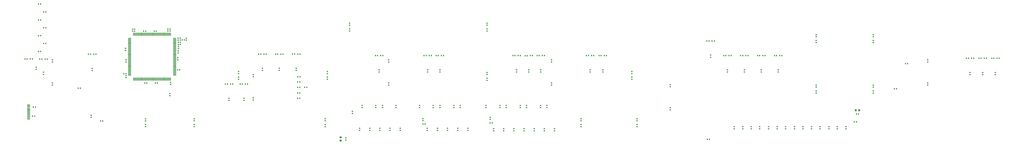
<source format=gtp>
G04 #@! TF.GenerationSoftware,KiCad,Pcbnew,7.0.9*
G04 #@! TF.CreationDate,2024-04-05T10:46:57+01:00*
G04 #@! TF.ProjectId,mcpElectronicsv2,6d637045-6c65-4637-9472-6f6e69637376,rev?*
G04 #@! TF.SameCoordinates,Original*
G04 #@! TF.FileFunction,Paste,Top*
G04 #@! TF.FilePolarity,Positive*
%FSLAX46Y46*%
G04 Gerber Fmt 4.6, Leading zero omitted, Abs format (unit mm)*
G04 Created by KiCad (PCBNEW 7.0.9) date 2024-04-05 10:46:57*
%MOMM*%
%LPD*%
G01*
G04 APERTURE LIST*
G04 Aperture macros list*
%AMRoundRect*
0 Rectangle with rounded corners*
0 $1 Rounding radius*
0 $2 $3 $4 $5 $6 $7 $8 $9 X,Y pos of 4 corners*
0 Add a 4 corners polygon primitive as box body*
4,1,4,$2,$3,$4,$5,$6,$7,$8,$9,$2,$3,0*
0 Add four circle primitives for the rounded corners*
1,1,$1+$1,$2,$3*
1,1,$1+$1,$4,$5*
1,1,$1+$1,$6,$7*
1,1,$1+$1,$8,$9*
0 Add four rect primitives between the rounded corners*
20,1,$1+$1,$2,$3,$4,$5,0*
20,1,$1+$1,$4,$5,$6,$7,0*
20,1,$1+$1,$6,$7,$8,$9,0*
20,1,$1+$1,$8,$9,$2,$3,0*%
G04 Aperture macros list end*
%ADD10RoundRect,0.135000X-0.185000X0.135000X-0.185000X-0.135000X0.185000X-0.135000X0.185000X0.135000X0*%
%ADD11RoundRect,0.135000X0.135000X0.185000X-0.135000X0.185000X-0.135000X-0.185000X0.135000X-0.185000X0*%
%ADD12RoundRect,0.140000X0.170000X-0.140000X0.170000X0.140000X-0.170000X0.140000X-0.170000X-0.140000X0*%
%ADD13RoundRect,0.135000X-0.135000X-0.185000X0.135000X-0.185000X0.135000X0.185000X-0.135000X0.185000X0*%
%ADD14RoundRect,0.135000X0.185000X-0.135000X0.185000X0.135000X-0.185000X0.135000X-0.185000X-0.135000X0*%
%ADD15RoundRect,0.140000X0.140000X0.170000X-0.140000X0.170000X-0.140000X-0.170000X0.140000X-0.170000X0*%
%ADD16RoundRect,0.140000X-0.170000X0.140000X-0.170000X-0.140000X0.170000X-0.140000X0.170000X0.140000X0*%
%ADD17RoundRect,0.140000X-0.140000X-0.170000X0.140000X-0.170000X0.140000X0.170000X-0.140000X0.170000X0*%
%ADD18RoundRect,0.075000X0.662500X0.075000X-0.662500X0.075000X-0.662500X-0.075000X0.662500X-0.075000X0*%
%ADD19RoundRect,0.075000X0.075000X0.662500X-0.075000X0.662500X-0.075000X-0.662500X0.075000X-0.662500X0*%
%ADD20RoundRect,0.225000X-0.225000X-0.250000X0.225000X-0.250000X0.225000X0.250000X-0.225000X0.250000X0*%
%ADD21R,1.450000X0.600000*%
%ADD22R,1.450000X0.300000*%
%ADD23RoundRect,0.225000X0.250000X-0.225000X0.250000X0.225000X-0.250000X0.225000X-0.250000X-0.225000X0*%
%ADD24RoundRect,0.147500X-0.147500X-0.172500X0.147500X-0.172500X0.147500X0.172500X-0.147500X0.172500X0*%
G04 APERTURE END LIST*
D10*
X447750000Y-268740000D03*
X447750000Y-269760000D03*
D11*
X492000000Y-250750000D03*
X490980000Y-250750000D03*
D12*
X131600000Y-223360000D03*
X131600000Y-222400000D03*
D13*
X539490000Y-236250000D03*
X540510000Y-236250000D03*
D11*
X497270000Y-238750000D03*
X496250000Y-238750000D03*
D10*
X435500000Y-268740000D03*
X435500000Y-269760000D03*
D14*
X88490000Y-243900000D03*
X88490000Y-242880000D03*
D11*
X105910000Y-250500000D03*
X104890000Y-250500000D03*
D14*
X208000000Y-242020000D03*
X208000000Y-241000000D03*
D15*
X182520000Y-248500000D03*
X181560000Y-248500000D03*
D10*
X245600000Y-258690000D03*
X245600000Y-259710000D03*
D11*
X209770000Y-245000000D03*
X208750000Y-245000000D03*
D14*
X176230000Y-256290000D03*
X176230000Y-255270000D03*
D10*
X270000000Y-269490000D03*
X270000000Y-270510000D03*
D16*
X153170000Y-226630000D03*
X153170000Y-227590000D03*
D12*
X299850000Y-265280000D03*
X299850000Y-264320000D03*
X127500000Y-237980000D03*
X127500000Y-237020000D03*
X222750000Y-243500000D03*
X222750000Y-242540000D03*
D10*
X279600000Y-269490000D03*
X279600000Y-270510000D03*
X330200000Y-269690000D03*
X330200000Y-270710000D03*
D11*
X84310000Y-263750000D03*
X83290000Y-263750000D03*
D15*
X137320000Y-248000000D03*
X136360000Y-248000000D03*
D10*
X306200000Y-269690000D03*
X306200000Y-270710000D03*
D14*
X298250000Y-246760000D03*
X298250000Y-245740000D03*
D13*
X347750000Y-235000000D03*
X348770000Y-235000000D03*
D10*
X323600000Y-258690000D03*
X323600000Y-259710000D03*
D13*
X200740000Y-234250000D03*
X201760000Y-234250000D03*
D10*
X443750000Y-268740000D03*
X443750000Y-269760000D03*
D14*
X270210000Y-242770000D03*
X270210000Y-241750000D03*
D17*
X473020000Y-262750000D03*
X473980000Y-262750000D03*
D14*
X538730000Y-244010000D03*
X538730000Y-242990000D03*
D10*
X239200000Y-258690000D03*
X239200000Y-259710000D03*
D13*
X428740000Y-235000000D03*
X429760000Y-235000000D03*
D10*
X460000000Y-268730000D03*
X460000000Y-269750000D03*
D14*
X404000000Y-235770000D03*
X404000000Y-234750000D03*
D13*
X312980000Y-234980000D03*
X314000000Y-234980000D03*
D14*
X312240000Y-242750000D03*
X312240000Y-241730000D03*
D13*
X86110000Y-218000000D03*
X87130000Y-218000000D03*
X89230000Y-236640000D03*
X90250000Y-236640000D03*
D15*
X207250000Y-234240000D03*
X206290000Y-234240000D03*
D14*
X369250000Y-268760000D03*
X369250000Y-267740000D03*
X187750000Y-256010000D03*
X187750000Y-254990000D03*
X183270000Y-256270000D03*
X183270000Y-255250000D03*
D15*
X246500000Y-235000000D03*
X245540000Y-235000000D03*
D10*
X272800000Y-258690000D03*
X272800000Y-259710000D03*
D11*
X84710000Y-259400000D03*
X83690000Y-259400000D03*
D10*
X423250000Y-268750000D03*
X423250000Y-269770000D03*
X266400000Y-258690000D03*
X266400000Y-259710000D03*
D12*
X268000000Y-265880000D03*
X268000000Y-264920000D03*
D13*
X248000000Y-235000000D03*
X249020000Y-235000000D03*
D14*
X251750000Y-249010000D03*
X251750000Y-247990000D03*
X136750000Y-268760000D03*
X136750000Y-267740000D03*
D15*
X317250000Y-235020000D03*
X316290000Y-235020000D03*
D10*
X252400000Y-269490000D03*
X252400000Y-270510000D03*
X301400000Y-269690000D03*
X301400000Y-270710000D03*
D11*
X89620000Y-221730000D03*
X88600000Y-221730000D03*
D16*
X152280000Y-230540000D03*
X152280000Y-231500000D03*
D10*
X385000000Y-248740000D03*
X385000000Y-249760000D03*
D14*
X92750000Y-249010000D03*
X92750000Y-247990000D03*
D16*
X148590000Y-247640000D03*
X148590000Y-248600000D03*
D13*
X86100000Y-225480000D03*
X87120000Y-225480000D03*
D10*
X282600000Y-258690000D03*
X282600000Y-259710000D03*
D13*
X412750000Y-235000000D03*
X413770000Y-235000000D03*
D11*
X209760000Y-247500000D03*
X208740000Y-247500000D03*
D10*
X92750000Y-236990000D03*
X92750000Y-238010000D03*
D15*
X199250000Y-234250000D03*
X198290000Y-234250000D03*
D13*
X176970000Y-248520000D03*
X177990000Y-248520000D03*
D10*
X148250000Y-252990000D03*
X148250000Y-254010000D03*
X276000000Y-258690000D03*
X276000000Y-259710000D03*
D18*
X150500000Y-244250000D03*
X150500000Y-243750000D03*
X150500000Y-243250000D03*
X150500000Y-242750000D03*
X150500000Y-242250000D03*
X150500000Y-241750000D03*
X150500000Y-241250000D03*
X150500000Y-240750000D03*
X150500000Y-240250000D03*
X150500000Y-239750000D03*
X150500000Y-239250000D03*
X150500000Y-238750000D03*
X150500000Y-238250000D03*
X150500000Y-237750000D03*
X150500000Y-237250000D03*
X150500000Y-236750000D03*
X150500000Y-236250000D03*
X150500000Y-235750000D03*
X150500000Y-235250000D03*
X150500000Y-234750000D03*
X150500000Y-234250000D03*
X150500000Y-233750000D03*
X150500000Y-233250000D03*
X150500000Y-232750000D03*
X150500000Y-232250000D03*
X150500000Y-231750000D03*
X150500000Y-231250000D03*
X150500000Y-230750000D03*
X150500000Y-230250000D03*
X150500000Y-229750000D03*
X150500000Y-229250000D03*
X150500000Y-228750000D03*
X150500000Y-228250000D03*
X150500000Y-227750000D03*
X150500000Y-227250000D03*
X150500000Y-226750000D03*
D19*
X148587500Y-224837500D03*
X148087500Y-224837500D03*
X147587500Y-224837500D03*
X147087500Y-224837500D03*
X146587500Y-224837500D03*
X146087500Y-224837500D03*
X145587500Y-224837500D03*
X145087500Y-224837500D03*
X144587500Y-224837500D03*
X144087500Y-224837500D03*
X143587500Y-224837500D03*
X143087500Y-224837500D03*
X142587500Y-224837500D03*
X142087500Y-224837500D03*
X141587500Y-224837500D03*
X141087500Y-224837500D03*
X140587500Y-224837500D03*
X140087500Y-224837500D03*
X139587500Y-224837500D03*
X139087500Y-224837500D03*
X138587500Y-224837500D03*
X138087500Y-224837500D03*
X137587500Y-224837500D03*
X137087500Y-224837500D03*
X136587500Y-224837500D03*
X136087500Y-224837500D03*
X135587500Y-224837500D03*
X135087500Y-224837500D03*
X134587500Y-224837500D03*
X134087500Y-224837500D03*
X133587500Y-224837500D03*
X133087500Y-224837500D03*
X132587500Y-224837500D03*
X132087500Y-224837500D03*
X131587500Y-224837500D03*
X131087500Y-224837500D03*
D18*
X129175000Y-226750000D03*
X129175000Y-227250000D03*
X129175000Y-227750000D03*
X129175000Y-228250000D03*
X129175000Y-228750000D03*
X129175000Y-229250000D03*
X129175000Y-229750000D03*
X129175000Y-230250000D03*
X129175000Y-230750000D03*
X129175000Y-231250000D03*
X129175000Y-231750000D03*
X129175000Y-232250000D03*
X129175000Y-232750000D03*
X129175000Y-233250000D03*
X129175000Y-233750000D03*
X129175000Y-234250000D03*
X129175000Y-234750000D03*
X129175000Y-235250000D03*
X129175000Y-235750000D03*
X129175000Y-236250000D03*
X129175000Y-236750000D03*
X129175000Y-237250000D03*
X129175000Y-237750000D03*
X129175000Y-238250000D03*
X129175000Y-238750000D03*
X129175000Y-239250000D03*
X129175000Y-239750000D03*
X129175000Y-240250000D03*
X129175000Y-240750000D03*
X129175000Y-241250000D03*
X129175000Y-241750000D03*
X129175000Y-242250000D03*
X129175000Y-242750000D03*
X129175000Y-243250000D03*
X129175000Y-243750000D03*
X129175000Y-244250000D03*
D19*
X131087500Y-246162500D03*
X131587500Y-246162500D03*
X132087500Y-246162500D03*
X132587500Y-246162500D03*
X133087500Y-246162500D03*
X133587500Y-246162500D03*
X134087500Y-246162500D03*
X134587500Y-246162500D03*
X135087500Y-246162500D03*
X135587500Y-246162500D03*
X136087500Y-246162500D03*
X136587500Y-246162500D03*
X137087500Y-246162500D03*
X137587500Y-246162500D03*
X138087500Y-246162500D03*
X138587500Y-246162500D03*
X139087500Y-246162500D03*
X139587500Y-246162500D03*
X140087500Y-246162500D03*
X140587500Y-246162500D03*
X141087500Y-246162500D03*
X141587500Y-246162500D03*
X142087500Y-246162500D03*
X142587500Y-246162500D03*
X143087500Y-246162500D03*
X143587500Y-246162500D03*
X144087500Y-246162500D03*
X144587500Y-246162500D03*
X145087500Y-246162500D03*
X145587500Y-246162500D03*
X146087500Y-246162500D03*
X146587500Y-246162500D03*
X147087500Y-246162500D03*
X147587500Y-246162500D03*
X148087500Y-246162500D03*
X148587500Y-246162500D03*
D14*
X221750000Y-268760000D03*
X221750000Y-267740000D03*
X526730000Y-244010000D03*
X526730000Y-242990000D03*
X481000000Y-252760000D03*
X481000000Y-251740000D03*
D13*
X276690000Y-235000000D03*
X277710000Y-235000000D03*
X402490000Y-274750000D03*
X403510000Y-274750000D03*
D14*
X233250000Y-223260000D03*
X233250000Y-222240000D03*
D13*
X86100000Y-210460000D03*
X87120000Y-210460000D03*
D14*
X428000000Y-242760000D03*
X428000000Y-241740000D03*
D10*
X317000000Y-258690000D03*
X317000000Y-259710000D03*
X326600000Y-258690000D03*
X326600000Y-259710000D03*
X307380000Y-258690000D03*
X307380000Y-259710000D03*
X247600000Y-269490000D03*
X247600000Y-270510000D03*
D13*
X471990000Y-266500000D03*
X473010000Y-266500000D03*
D15*
X531960000Y-236250000D03*
X531000000Y-236250000D03*
X127480000Y-243570000D03*
X126520000Y-243570000D03*
D14*
X481000000Y-228760000D03*
X481000000Y-227740000D03*
D12*
X180750000Y-243500000D03*
X180750000Y-242540000D03*
D15*
X80680000Y-236615000D03*
X79720000Y-236615000D03*
D12*
X127500000Y-245480000D03*
X127500000Y-244520000D03*
D17*
X135850000Y-223330000D03*
X136810000Y-223330000D03*
D15*
X411250000Y-235000000D03*
X410290000Y-235000000D03*
D14*
X506750000Y-249000000D03*
X506750000Y-247980000D03*
D15*
X403250000Y-228000000D03*
X402290000Y-228000000D03*
D14*
X347010000Y-242770000D03*
X347010000Y-241750000D03*
X342750000Y-268760000D03*
X342750000Y-267740000D03*
X328750000Y-249010000D03*
X328750000Y-247990000D03*
D12*
X342750000Y-265980000D03*
X342750000Y-265020000D03*
D13*
X527490000Y-236250000D03*
X528510000Y-236250000D03*
D14*
X318020000Y-242770000D03*
X318020000Y-241750000D03*
D11*
X89620000Y-229230000D03*
X88600000Y-229230000D03*
D13*
X115475000Y-266000000D03*
X116495000Y-266000000D03*
D14*
X180750000Y-246260000D03*
X180750000Y-245240000D03*
D12*
X298250000Y-220480000D03*
X298250000Y-219520000D03*
D13*
X533490000Y-236250000D03*
X534510000Y-236250000D03*
D15*
X275190000Y-235000000D03*
X274230000Y-235000000D03*
D13*
X353760000Y-235000000D03*
X354780000Y-235000000D03*
D10*
X248800000Y-258690000D03*
X248800000Y-259710000D03*
D12*
X481000000Y-249960000D03*
X481000000Y-249000000D03*
D14*
X436000000Y-242760000D03*
X436000000Y-241740000D03*
D10*
X251750000Y-237000000D03*
X251750000Y-238020000D03*
D20*
X472725000Y-261000000D03*
X474275000Y-261000000D03*
D10*
X314000000Y-258690000D03*
X314000000Y-259710000D03*
D14*
X247230000Y-242760000D03*
X247230000Y-241740000D03*
D16*
X156070000Y-226630000D03*
X156070000Y-227590000D03*
D14*
X159750000Y-268760000D03*
X159750000Y-267740000D03*
D13*
X318750000Y-235000000D03*
X319770000Y-235000000D03*
D10*
X315800000Y-269690000D03*
X315800000Y-270710000D03*
D16*
X153260000Y-228640000D03*
X153260000Y-229600000D03*
D10*
X297800000Y-258690000D03*
X297800000Y-259710000D03*
X468000000Y-268730000D03*
X468000000Y-269750000D03*
D15*
X191250000Y-234250000D03*
X190290000Y-234250000D03*
X322960000Y-235000000D03*
X322000000Y-235000000D03*
D14*
X385000000Y-260760000D03*
X385000000Y-259740000D03*
D12*
X130620000Y-223360000D03*
X130620000Y-222400000D03*
D15*
X526000000Y-236250000D03*
X525040000Y-236250000D03*
D13*
X404750000Y-228000000D03*
X405770000Y-228000000D03*
D17*
X147360000Y-222340000D03*
X148320000Y-222340000D03*
D12*
X369250000Y-265980000D03*
X369250000Y-265020000D03*
D11*
X269000000Y-267475000D03*
X267980000Y-267475000D03*
D10*
X431500000Y-268740000D03*
X431500000Y-269760000D03*
D12*
X221750000Y-265980000D03*
X221750000Y-265020000D03*
D14*
X412000000Y-242770000D03*
X412000000Y-241750000D03*
D15*
X419250000Y-235000000D03*
X418290000Y-235000000D03*
D13*
X324450000Y-235000000D03*
X325470000Y-235000000D03*
X82210000Y-236605000D03*
X83230000Y-236605000D03*
X112240000Y-234290000D03*
X113260000Y-234290000D03*
D10*
X311000000Y-269690000D03*
X311000000Y-270710000D03*
D14*
X532750000Y-244010000D03*
X532750000Y-242990000D03*
D16*
X152190000Y-226630000D03*
X152190000Y-227590000D03*
D13*
X86100000Y-232980000D03*
X87120000Y-232980000D03*
D16*
X152010000Y-236020000D03*
X152010000Y-236980000D03*
D14*
X420020000Y-242760000D03*
X420020000Y-241740000D03*
D12*
X233250000Y-220480000D03*
X233250000Y-219520000D03*
D11*
X300710000Y-267000000D03*
X299690000Y-267000000D03*
D14*
X454000000Y-228760000D03*
X454000000Y-227740000D03*
D10*
X427250000Y-268730000D03*
X427250000Y-269750000D03*
X506750000Y-236980000D03*
X506750000Y-238000000D03*
X415250000Y-268740000D03*
X415250000Y-269760000D03*
D14*
X353030000Y-242770000D03*
X353030000Y-241750000D03*
D15*
X346260000Y-235000000D03*
X345300000Y-235000000D03*
D21*
X81445000Y-258500000D03*
X81445000Y-259300000D03*
D22*
X81445000Y-260500000D03*
X81445000Y-261500000D03*
X81445000Y-262000000D03*
X81445000Y-263000000D03*
D21*
X81445000Y-264200000D03*
X81445000Y-265000000D03*
X81445000Y-265000000D03*
X81445000Y-264200000D03*
D22*
X81445000Y-263500000D03*
X81445000Y-262500000D03*
X81445000Y-261000000D03*
X81445000Y-260000000D03*
D21*
X81445000Y-259300000D03*
X81445000Y-258500000D03*
D14*
X222750000Y-246260000D03*
X222750000Y-245240000D03*
X192000000Y-242010000D03*
X192000000Y-240990000D03*
D12*
X298270000Y-243980000D03*
X298270000Y-243020000D03*
D11*
X89620000Y-214230000D03*
X88600000Y-214230000D03*
D14*
X200000000Y-242020000D03*
X200000000Y-241000000D03*
D10*
X255200000Y-258640000D03*
X255200000Y-259660000D03*
X187750000Y-243990000D03*
X187750000Y-245010000D03*
D17*
X151980000Y-241750000D03*
X152940000Y-241750000D03*
D10*
X325400000Y-269690000D03*
X325400000Y-270710000D03*
X328750000Y-236980000D03*
X328750000Y-238000000D03*
D11*
X209750000Y-252750000D03*
X208730000Y-252750000D03*
D12*
X136750000Y-265960000D03*
X136750000Y-265000000D03*
D10*
X289200000Y-269490000D03*
X289200000Y-270510000D03*
D15*
X142320000Y-248000000D03*
X141360000Y-248000000D03*
D10*
X242800000Y-269490000D03*
X242800000Y-270510000D03*
D13*
X436740000Y-235000000D03*
X437760000Y-235000000D03*
D14*
X111000000Y-264310000D03*
X111000000Y-263290000D03*
D23*
X229000000Y-275375000D03*
X229000000Y-273825000D03*
D13*
X420740000Y-235000000D03*
X421760000Y-235000000D03*
D10*
X257200000Y-269490000D03*
X257200000Y-270510000D03*
D12*
X454000000Y-249980000D03*
X454000000Y-249020000D03*
D10*
X284400000Y-269490000D03*
X284400000Y-270510000D03*
X274800000Y-269490000D03*
X274800000Y-270510000D03*
X419250000Y-268740000D03*
X419250000Y-269760000D03*
D13*
X208750000Y-234250000D03*
X209770000Y-234250000D03*
D14*
X298250000Y-223260000D03*
X298250000Y-222240000D03*
D10*
X320600000Y-269690000D03*
X320600000Y-270710000D03*
D13*
X270960000Y-235000000D03*
X271980000Y-235000000D03*
D10*
X464000000Y-268740000D03*
X464000000Y-269760000D03*
D17*
X140860000Y-223330000D03*
X141820000Y-223330000D03*
D15*
X311490000Y-235000000D03*
X310530000Y-235000000D03*
D14*
X454000000Y-252760000D03*
X454000000Y-251740000D03*
D13*
X192750000Y-234250000D03*
X193770000Y-234250000D03*
D15*
X175480000Y-248500000D03*
X174520000Y-248500000D03*
D11*
X209760000Y-255250000D03*
X208740000Y-255250000D03*
D15*
X427230000Y-235000000D03*
X426270000Y-235000000D03*
D10*
X285600000Y-258690000D03*
X285600000Y-259710000D03*
D15*
X110730000Y-234290000D03*
X109770000Y-234290000D03*
D24*
X154135000Y-227550000D03*
X155105000Y-227550000D03*
D12*
X481000000Y-225980000D03*
X481000000Y-225020000D03*
D10*
X304400000Y-258710000D03*
X304400000Y-259730000D03*
X238000000Y-269490000D03*
X238000000Y-270510000D03*
X85000000Y-240490000D03*
X85000000Y-241510000D03*
D12*
X454000000Y-225980000D03*
X454000000Y-225020000D03*
D14*
X111500000Y-242050000D03*
X111500000Y-241030000D03*
D10*
X455750000Y-268730000D03*
X455750000Y-269750000D03*
D12*
X231500000Y-275080000D03*
X231500000Y-274120000D03*
D15*
X435230000Y-235000000D03*
X434270000Y-235000000D03*
D16*
X152250000Y-232770000D03*
X152250000Y-233730000D03*
D12*
X159750000Y-265980000D03*
X159750000Y-265020000D03*
D10*
X451750000Y-268730000D03*
X451750000Y-269750000D03*
D15*
X269460000Y-235000000D03*
X268500000Y-235000000D03*
D10*
X234600000Y-261490000D03*
X234600000Y-262510000D03*
D14*
X323710000Y-242770000D03*
X323710000Y-241750000D03*
D15*
X87700000Y-236640000D03*
X86740000Y-236640000D03*
D12*
X127250000Y-232480000D03*
X127250000Y-231520000D03*
D13*
X211990000Y-250000000D03*
X213010000Y-250000000D03*
D17*
X147360000Y-223320000D03*
X148320000Y-223320000D03*
D10*
X439500000Y-268730000D03*
X439500000Y-269750000D03*
D11*
X209760000Y-250000000D03*
X208740000Y-250000000D03*
D15*
X352240000Y-235000000D03*
X351280000Y-235000000D03*
D12*
X366750000Y-243480000D03*
X366750000Y-242520000D03*
D14*
X275980000Y-242760000D03*
X275980000Y-241740000D03*
X366750000Y-246260000D03*
X366750000Y-245240000D03*
D15*
X537980000Y-236250000D03*
X537020000Y-236250000D03*
D13*
X184020000Y-248500000D03*
X185040000Y-248500000D03*
D16*
X152280000Y-228640000D03*
X152280000Y-229600000D03*
M02*

</source>
